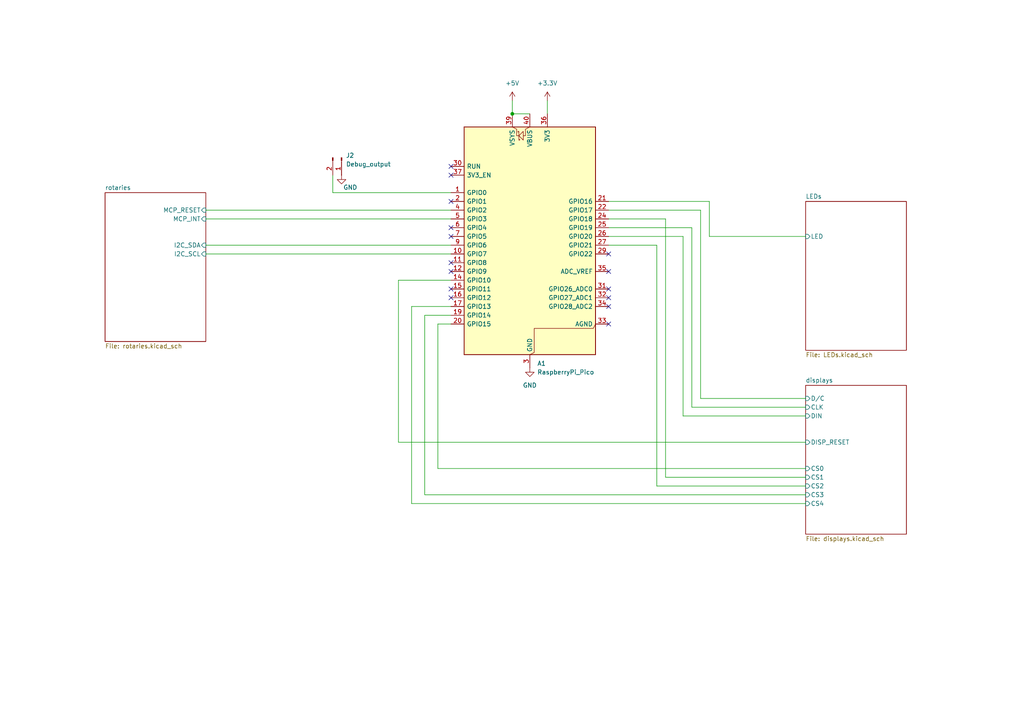
<source format=kicad_sch>
(kicad_sch (version 20250114) (generator "eeschema") (generator_version "9.0")
  (paper "A4")
  (title_block (title "VC 5") (date "2025-02-25") (rev "1.0") (comment 1 "Designed by Jan Eberhardt"))
  (lib_symbols
    (symbol "Connector:Conn_01x02_Pin" (pin_names (offset 1.016) (hide yes))
      (property "Reference" "J" (at 0 2.54 0))
      (property "Value" "Conn_01x02_Pin" (at 0 -5.08 0))
      (symbol "Conn_01x02_Pin_1_1"
        (rectangle (start 0.8636 0.127) (end 0 -0.127) (stroke (width 0.1524)) (fill (type outline)))
        (rectangle (start 0.8636 -2.413) (end 0 -2.667) (stroke (width 0.1524)) (fill (type outline)))
        (polyline (pts (xy 1.27 0) (xy 0.8636 0)) (stroke (width 0.1524)))
        (polyline (pts (xy 1.27 -2.54) (xy 0.8636 -2.54)) (stroke (width 0.1524)))
        (pin passive line (at 5.08 0 180) (length 3.81) (name "Pin_1") (number "1"))
        (pin passive line (at 5.08 -2.54 180) (length 3.81) (name "Pin_2") (number "2"))
      )
    )
    (symbol "MCU_Module:RaspberryPi_Pico" (pin_names (offset 0.762))
      (property "Reference" "A" (at -19.05 35.56 0))
      (property "Value" "RaspberryPi_Pico" (at 7.62 35.56 0))
      (symbol "RaspberryPi_Pico_0_1"
        (rectangle (start -19.05 34.29) (end 19.05 -31.75) (stroke (width 0.254)) (fill (type background)))
        (polyline (pts (xy -5.08 34.29) (xy -3.81 33.655) (xy -3.81 31.75) (xy -3.175 31.75)))
        (polyline (pts (xy -3.429 32.766) (xy -3.429 33.02) (xy -3.175 33.02) (xy -3.175 30.48) (xy -2.921 30.48) (xy -2.921 30.734)))
        (polyline (pts (xy -3.175 31.75) (xy -1.905 33.02) (xy -1.905 30.48) (xy -3.175 31.75)))
        (polyline (pts (xy 0 34.29) (xy -1.27 33.655) (xy -1.27 31.75) (xy -1.905 31.75)))
        (polyline (pts (xy 0 -31.75) (xy 1.27 -31.115) (xy 1.27 -24.13) (xy 18.415 -24.13) (xy 19.05 -22.86)))
      )
      (symbol "RaspberryPi_Pico_1_1"
        (pin passive line (at -22.86 22.86 0) (length 3.81) (name "RUN") (number "30"))
        (pin passive line (at -22.86 20.32 0) (length 3.81) (name "3V3_EN") (number "37"))
        (pin bidirectional line (at -22.86 15.24 0) (length 3.81) (name "GPIO0") (number "1"))
        (pin bidirectional line (at -22.86 12.7 0) (length 3.81) (name "GPIO1") (number "2"))
        (pin bidirectional line (at -22.86 10.16 0) (length 3.81) (name "GPIO2") (number "4"))
        (pin bidirectional line (at -22.86 7.62 0) (length 3.81) (name "GPIO3") (number "5"))
        (pin bidirectional line (at -22.86 5.08 0) (length 3.81) (name "GPIO4") (number "6"))
        (pin bidirectional line (at -22.86 2.54 0) (length 3.81) (name "GPIO5") (number "7"))
        (pin bidirectional line (at -22.86 0 0) (length 3.81) (name "GPIO6") (number "9"))
        (pin bidirectional line (at -22.86 -2.54 0) (length 3.81) (name "GPIO7") (number "10"))
        (pin bidirectional line (at -22.86 -5.08 0) (length 3.81) (name "GPIO8") (number "11"))
        (pin bidirectional line (at -22.86 -7.62 0) (length 3.81) (name "GPIO9") (number "12"))
        (pin bidirectional line (at -22.86 -10.16 0) (length 3.81) (name "GPIO10") (number "14"))
        (pin bidirectional line (at -22.86 -12.7 0) (length 3.81) (name "GPIO11") (number "15"))
        (pin bidirectional line (at -22.86 -15.24 0) (length 3.81) (name "GPIO12") (number "16"))
        (pin bidirectional line (at -22.86 -17.78 0) (length 3.81) (name "GPIO13") (number "17"))
        (pin bidirectional line (at -22.86 -20.32 0) (length 3.81) (name "GPIO14") (number "19"))
        (pin bidirectional line (at -22.86 -22.86 0) (length 3.81) (name "GPIO15") (number "20"))
        (pin power_in line (at -5.08 38.1 270) (length 3.81) (name "VSYS") (number "39"))
        (pin power_out line (at 0 38.1 270) (length 3.81) (name "VBUS") (number "40"))
        (pin passive line (at 0 -35.56 90) (length 3.81) (hide yes) (name "GND") (number "13"))
        (pin passive line (at 0 -35.56 90) (length 3.81) (hide yes) (name "GND") (number "18"))
        (pin passive line (at 0 -35.56 90) (length 3.81) (hide yes) (name "GND") (number "23"))
        (pin passive line (at 0 -35.56 90) (length 3.81) (hide yes) (name "GND") (number "28"))
        (pin power_out line (at 0 -35.56 90) (length 3.81) (name "GND") (number "3"))
        (pin passive line (at 0 -35.56 90) (length 3.81) (hide yes) (name "GND") (number "38"))
        (pin passive line (at 0 -35.56 90) (length 3.81) (hide yes) (name "GND") (number "8"))
        (pin power_out line (at 5.08 38.1 270) (length 3.81) (name "3V3") (number "36"))
        (pin bidirectional line (at 22.86 12.7 180) (length 3.81) (name "GPIO16") (number "21"))
        (pin bidirectional line (at 22.86 10.16 180) (length 3.81) (name "GPIO17") (number "22"))
        (pin bidirectional line (at 22.86 7.62 180) (length 3.81) (name "GPIO18") (number "24"))
        (pin bidirectional line (at 22.86 5.08 180) (length 3.81) (name "GPIO19") (number "25"))
        (pin bidirectional line (at 22.86 2.54 180) (length 3.81) (name "GPIO20") (number "26"))
        (pin bidirectional line (at 22.86 0 180) (length 3.81) (name "GPIO21") (number "27"))
        (pin bidirectional line (at 22.86 -2.54 180) (length 3.81) (name "GPIO22") (number "29"))
        (pin power_in line (at 22.86 -7.62 180) (length 3.81) (name "ADC_VREF") (number "35"))
        (pin bidirectional line (at 22.86 -12.7 180) (length 3.81) (name "GPIO26_ADC0") (number "31"))
        (pin bidirectional line (at 22.86 -15.24 180) (length 3.81) (name "GPIO27_ADC1") (number "32"))
        (pin bidirectional line (at 22.86 -17.78 180) (length 3.81) (name "GPIO28_ADC2") (number "34"))
        (pin power_out line (at 22.86 -22.86 180) (length 3.81) (name "AGND") (number "33"))
      )
    )
    (symbol "power:+3.3V" (power) (pin_numbers (hide yes)) (pin_names (offset 0) (hide yes))
      (property "Value" "+3.3V" (at 0 3.556 0))
      (symbol "+3.3V_0_1"
        (polyline (pts (xy -0.762 1.27) (xy 0 2.54)))
        (polyline (pts (xy 0 2.54) (xy 0.762 1.27)))
        (polyline (pts (xy 0 0) (xy 0 2.54)))
      )
      (symbol "+3.3V_1_1"
        (pin power_in line (at 0 0 90) (length 0) (name "~") (number "1"))
      )
    )
    (symbol "power:+5V" (power) (pin_numbers (hide yes)) (pin_names (offset 0) (hide yes))
      (property "Value" "+5V" (at 0 3.556 0))
      (symbol "+5V_0_1"
        (polyline (pts (xy -0.762 1.27) (xy 0 2.54)))
        (polyline (pts (xy 0 2.54) (xy 0.762 1.27)))
        (polyline (pts (xy 0 0) (xy 0 2.54)))
      )
      (symbol "+5V_1_1"
        (pin power_in line (at 0 0 90) (length 0) (name "~") (number "1"))
      )
    )
    (symbol "power:GND" (power) (pin_numbers (hide yes)) (pin_names (offset 0) (hide yes))
      (property "Value" "GND" (at 0 -3.81 0))
      (symbol "GND_0_1"
        (polyline (pts (xy 0 0) (xy 0 -1.27) (xy 1.27 -1.27) (xy 0 -2.54) (xy -1.27 -1.27) (xy 0 -1.27)))
      )
      (symbol "GND_1_1"
        (pin power_in line (at 0 0 270) (length 0) (name "~") (number "1"))
      )
    )
  )
  (junction (at 148.59 33.02))
  (no_connect (at 176.53 78.74))
  (no_connect (at 176.53 83.82))
  (no_connect (at 130.81 58.42))
  (no_connect (at 130.81 68.58))
  (no_connect (at 176.53 73.66))
  (no_connect (at 130.81 83.82))
  (no_connect (at 130.81 86.36))
  (no_connect (at 176.53 86.36))
  (no_connect (at 130.81 48.26))
  (no_connect (at 130.81 66.04))
  (no_connect (at 130.81 76.2))
  (no_connect (at 130.81 50.8))
  (no_connect (at 176.53 88.9))
  (no_connect (at 130.81 78.74))
  (no_connect (at 176.53 93.98))
  (wire (pts (xy 176.53 71.12) (xy 190.5 71.12)))
  (wire (pts (xy 203.2 115.57) (xy 203.2 60.96)))
  (wire (pts (xy 96.52 55.88) (xy 130.81 55.88)))
  (wire (pts (xy 190.5 140.97) (xy 233.68 140.97)))
  (wire (pts (xy 59.69 73.66) (xy 130.81 73.66)))
  (wire (pts (xy 193.04 138.43) (xy 233.68 138.43)))
  (wire (pts (xy 115.57 128.27) (xy 115.57 81.28)))
  (wire (pts (xy 119.38 146.05) (xy 233.68 146.05)))
  (wire (pts (xy 119.38 88.9) (xy 130.81 88.9)))
  (wire (pts (xy 127 93.98) (xy 127 135.89)))
  (wire (pts (xy 200.66 118.11) (xy 200.66 66.04)))
  (wire (pts (xy 158.75 29.21) (xy 158.75 33.02)))
  (wire (pts (xy 193.04 63.5) (xy 193.04 138.43)))
  (wire (pts (xy 198.12 120.65) (xy 198.12 68.58)))
  (wire (pts (xy 127 135.89) (xy 233.68 135.89)))
  (wire (pts (xy 123.19 91.44) (xy 130.81 91.44)))
  (wire (pts (xy 176.53 66.04) (xy 200.66 66.04)))
  (wire (pts (xy 200.66 118.11) (xy 233.68 118.11)))
  (wire (pts (xy 203.2 115.57) (xy 233.68 115.57)))
  (wire (pts (xy 115.57 81.28) (xy 130.81 81.28)))
  (wire (pts (xy 123.19 143.51) (xy 123.19 91.44)))
  (wire (pts (xy 123.19 143.51) (xy 233.68 143.51)))
  (wire (pts (xy 205.74 58.42) (xy 176.53 58.42)))
  (wire (pts (xy 119.38 146.05) (xy 119.38 88.9)))
  (wire (pts (xy 130.81 93.98) (xy 127 93.98)))
  (wire (pts (xy 115.57 128.27) (xy 233.68 128.27)))
  (wire (pts (xy 176.53 63.5) (xy 193.04 63.5)))
  (wire (pts (xy 59.69 71.12) (xy 130.81 71.12)))
  (wire (pts (xy 59.69 63.5) (xy 130.81 63.5)))
  (wire (pts (xy 233.68 68.58) (xy 205.74 68.58)))
  (wire (pts (xy 148.59 33.02) (xy 153.67 33.02)))
  (wire (pts (xy 59.69 60.96) (xy 130.81 60.96)))
  (wire (pts (xy 176.53 68.58) (xy 198.12 68.58)))
  (wire (pts (xy 205.74 68.58) (xy 205.74 58.42)))
  (wire (pts (xy 190.5 71.12) (xy 190.5 140.97)))
  (wire (pts (xy 96.52 50.8) (xy 96.52 55.88)))
  (wire (pts (xy 198.12 120.65) (xy 233.68 120.65)))
  (wire (pts (xy 176.53 60.96) (xy 203.2 60.96)))
  (wire (pts (xy 148.59 29.21) (xy 148.59 33.02)))
  (symbol (lib_id "power:GND") (at 99.06 50.8 0) (unit 1)
    (property "Reference" "#PWR01" (effects (hide yes)))
    (property "Value" "GND" (at 101.6 54.356 0))
    (property "Description" "Power symbol creates a global label with name \"GND\" , ground" (effects (hide yes)))
  )
  (symbol (lib_id "power:+3.3V") (at 158.75 29.21 0) (unit 1)
    (property "Reference" "#PWR04" (effects (hide yes)))
    (property "Value" "+3.3V" (at 158.75 24.13 0))
    (property "Description" "Power symbol creates a global label with name \"+3.3V\"" (effects (hide yes)))
  )
  (symbol (lib_id "MCU_Module:RaspberryPi_Pico") (at 153.67 71.12 0) (unit 1)
    (property "Reference" "A1" (at 155.8133 105.41 0) (effects (justify left)))
    (property "Value" "RaspberryPi_Pico" (at 155.8133 107.95 0) (effects (justify left)))
    (property "Footprint" "VC5_footprint_library:RaspberryPi_Pico_Common_THT_custom" (effects (hide yes)))
    (property "Datasheet" "https://datasheets.raspberrypi.com/pico/pico-datasheet.pdf" (effects (hide yes)))
    (property "Description" "Versatile and inexpensive microcontroller module powered by RP2040 dual-core Arm Cortex-M0+ processor up to 133 MHz, 264kB SRAM, 2MB QSPI flash; also supports Raspberry Pi Pico 2" (effects (hide yes)))
  )
  (symbol (lib_id "power:GND") (at 153.67 106.68 0) (unit 1)
    (property "Reference" "#PWR03" (effects (hide yes)))
    (property "Value" "GND" (at 153.67 111.76 0))
    (property "Description" "Power symbol creates a global label with name \"GND\" , ground" (effects (hide yes)))
  )
  (symbol (lib_id "power:+5V") (at 148.59 29.21 0) (unit 1)
    (property "Reference" "#PWR02" (effects (hide yes)))
    (property "Value" "+5V" (at 148.59 24.13 0))
    (property "Description" "Power symbol creates a global label with name \"+5V\"" (effects (hide yes)))
  )
  (symbol (lib_id "Connector:Conn_01x02_Pin") (at 99.06 45.72 270) (unit 1)
    (property "Reference" "J2" (at 100.33 45.0849 90) (effects (justify left)))
    (property "Value" "Debug_output" (at 100.33 47.6249 90) (effects (justify left)))
    (property "Footprint" "Connector_PinHeader_2.54mm:PinHeader_1x02_P2.54mm_Vertical" (effects (hide yes)))
    (property "Description" "Generic connector, single row, 01x02, script generated" (effects (hide yes)))
  )
  (sheet (at 233.68 111.76) (size 29.21 43.18) (stroke (width 0.1524))
    (property "Sheetname" "displays" (at 233.68 111.0484 0) (effects (justify left bottom)))
    (property "Sheetfile" "displays.kicad_sch" (at 233.68 155.5246 0) (effects (justify left top)))
    (pin "CLK" input (at 233.68 118.11 180))
    (pin "CS0" input (at 233.68 135.89 180))
    (pin "CS1" input (at 233.68 138.43 180))
    (pin "CS2" input (at 233.68 140.97 180))
    (pin "CS3" input (at 233.68 143.51 180))
    (pin "CS4" input (at 233.68 146.05 180))
    (pin "DIN" input (at 233.68 120.65 180))
    (pin "DISP_RESET" input (at 233.68 128.27 180))
    (pin "D{slash}C" input (at 233.68 115.57 180))
  )
  (sheet (at 233.68 58.42) (size 29.21 43.18) (stroke (width 0.1524))
    (property "Sheetname" "LEDs" (at 233.68 57.7084 0) (effects (justify left bottom)))
    (property "Sheetfile" "LEDs.kicad_sch" (at 233.68 102.1846 0) (effects (justify left top)))
    (pin "LED" input (at 233.68 68.58 180))
  )
  (sheet (at 30.48 55.88) (size 29.21 43.18) (stroke (width 0.1524))
    (property "Sheetname" "rotaries" (at 30.48 55.1684 0) (effects (justify left bottom)))
    (property "Sheetfile" "rotaries.kicad_sch" (at 30.48 99.6446 0) (effects (justify left top)))
    (pin "I2C_SCL" input (at 59.69 73.66 0))
    (pin "I2C_SDA" input (at 59.69 71.12 0))
    (pin "MCP_RESET" input (at 59.69 60.96 0))
    (pin "MCP_INT" input (at 59.69 63.5 0))
  )
)
</source>
